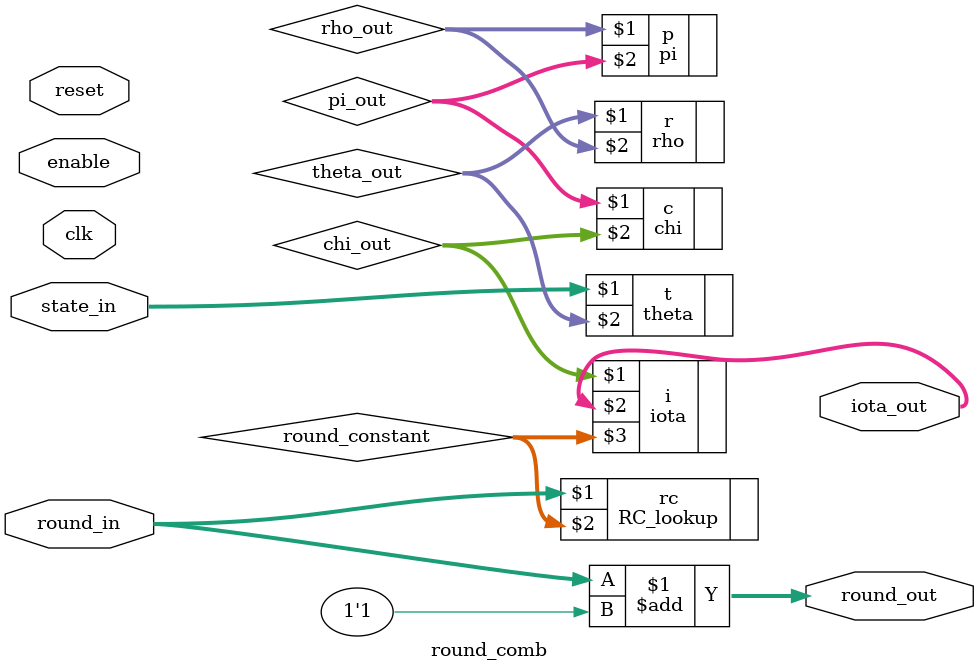
<source format=v>
`timescale 1ns / 1ps
module round_comb(input clk,
						input reset,
						input enable,
						input [1599:0] state_in,
						input [4:0] round_in,
                                                output [1599:0] iota_out,
						output [4:0] round_out
    );

	wire [1599:0] theta_out, rho_out, pi_out, chi_out;
	wire [63:0] round_constant;

	RC_lookup rc(round_in, round_constant);

	theta t(state_in, theta_out);
	rho r(theta_out, rho_out);
	pi p(rho_out, pi_out);
	chi c(pi_out, chi_out);
	iota i(chi_out, iota_out, round_constant);
        assign round_out = round_in + 1'b1;        
	
endmodule

</source>
